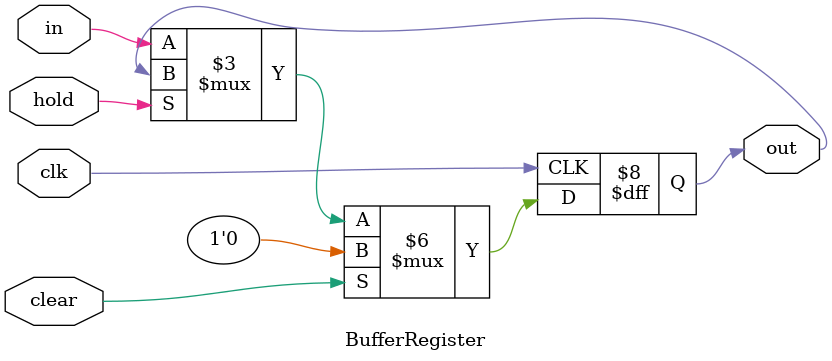
<source format=v>
`timescale 1ns / 1ps

module BufferRegister #(
    parameter N = 1  // Default width of the register
)(
    input clk,
    input clear,
    input hold,
    input wire [N-1:0] in,
    output reg [N-1:0] out
);

always @(posedge clk) begin
    if (clear)
        out <= {N{1'b0}};  // Reset output to all zeros
    else if (!hold)
        out <= in;         // Latch new input only if not holding
end

endmodule


</source>
